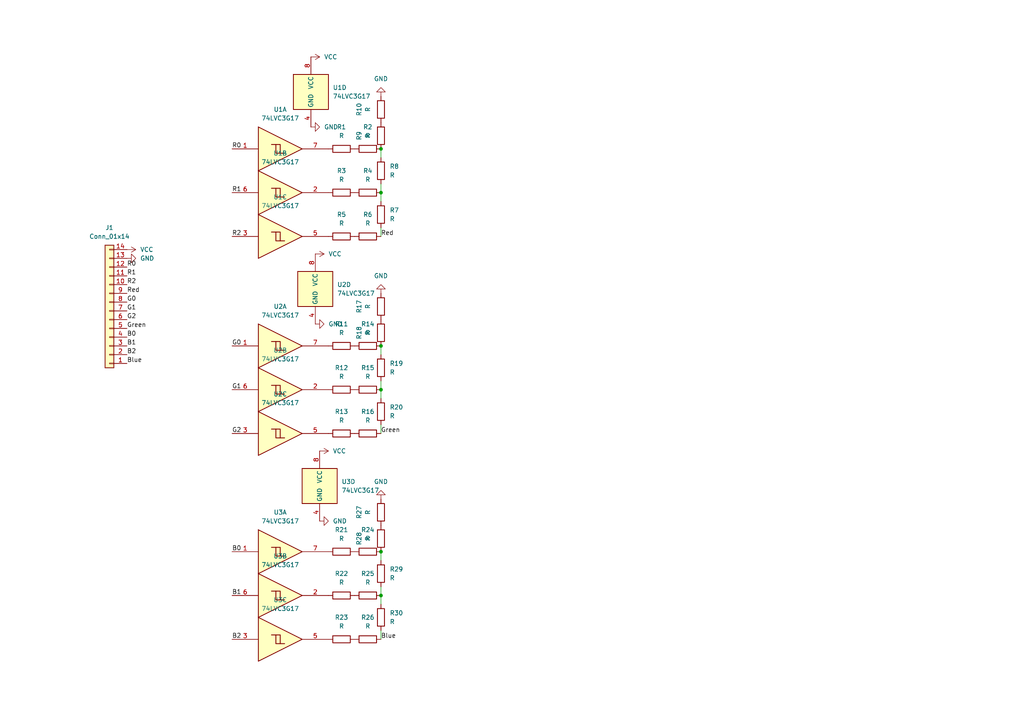
<source format=kicad_sch>
(kicad_sch (version 20230121) (generator eeschema)
  (paper "A4")
  (lib_symbols
    (symbol "74xGxx:74LVC3G17"
      (property "Reference" "U" (at -2.54 7.62 0))
      (property "Value" "74LVC3G17" (at 2.54 -7.62 0))
      (symbol "74LVC3G17_1_1"
        (polyline (pts (xy -2.54 1.27) (xy -1.27 1.27) (xy -1.27 -1.27)) (stroke (width 0.254)) (fill (type background)))
        (polyline (pts (xy -7.62 6.35) (xy -7.62 -6.35) (xy 5.08 0) (xy -7.62 6.35)) (stroke (width 0.254)) (fill (type background)))
        (polyline (pts (xy -3.81 1.27) (xy -2.54 1.27) (xy -2.54 -1.27) (xy 0 -1.27)) (stroke (width 0.254)) (fill (type background)))
        (pin input line (at -15.24 0 0) (length 7.62) (name "~") (number "1"))
        (pin output line (at 12.7 0 180) (length 7.62) (name "~") (number "7"))
      )
      (symbol "74LVC3G17_2_1"
        (polyline (pts (xy -2.54 1.27) (xy -1.27 1.27) (xy -1.27 -1.27)) (stroke (width 0.254)) (fill (type background)))
        (polyline (pts (xy -7.62 6.35) (xy -7.62 -6.35) (xy 5.08 0) (xy -7.62 6.35)) (stroke (width 0.254)) (fill (type background)))
        (polyline (pts (xy -3.81 1.27) (xy -2.54 1.27) (xy -2.54 -1.27) (xy 0 -1.27)) (stroke (width 0.254)) (fill (type background)))
        (pin output line (at 12.7 0 180) (length 7.62) (name "~") (number "2"))
        (pin input line (at -15.24 0 0) (length 7.62) (name "~") (number "6"))
      )
      (symbol "74LVC3G17_3_1"
        (polyline (pts (xy -2.54 1.27) (xy -1.27 1.27) (xy -1.27 -1.27)) (stroke (width 0.254)) (fill (type background)))
        (polyline (pts (xy -7.62 6.35) (xy -7.62 -6.35) (xy 5.08 0) (xy -7.62 6.35)) (stroke (width 0.254)) (fill (type background)))
        (polyline (pts (xy -3.81 1.27) (xy -2.54 1.27) (xy -2.54 -1.27) (xy 0 -1.27)) (stroke (width 0.254)) (fill (type background)))
        (pin input line (at -15.24 0 0) (length 7.62) (name "~") (number "3"))
        (pin output line (at 12.7 0 180) (length 7.62) (name "~") (number "5"))
      )
      (symbol "74LVC3G17_4_0"
        (rectangle (start -5.08 -5.08) (end 5.08 5.08) (stroke (width 0.254)) (fill (type background)))
      )
      (symbol "74LVC3G17_4_1"
        (pin power_in line (at 0 -10.16 90) (length 5.08) (name "GND") (number "4"))
        (pin power_in line (at 0 10.16 270) (length 5.08) (name "VCC") (number "8"))
      )
    )
    (symbol "Connector_Generic:Conn_01x14" (pin_names (offset 1.016) hide)
      (property "Reference" "J" (at 0 17.78 0))
      (property "Value" "Conn_01x14" (at 0 -20.32 0))
      (symbol "Conn_01x14_1_1"
        (rectangle (start -1.27 -17.653) (end 0 -17.907) (stroke (width 0.1524)))
        (rectangle (start -1.27 -15.113) (end 0 -15.367) (stroke (width 0.1524)))
        (rectangle (start -1.27 -12.573) (end 0 -12.827) (stroke (width 0.1524)))
        (rectangle (start -1.27 -10.033) (end 0 -10.287) (stroke (width 0.1524)))
        (rectangle (start -1.27 -7.493) (end 0 -7.747) (stroke (width 0.1524)))
        (rectangle (start -1.27 -4.953) (end 0 -5.207) (stroke (width 0.1524)))
        (rectangle (start -1.27 -2.413) (end 0 -2.667) (stroke (width 0.1524)))
        (rectangle (start -1.27 0.127) (end 0 -0.127) (stroke (width 0.1524)))
        (rectangle (start -1.27 2.667) (end 0 2.413) (stroke (width 0.1524)))
        (rectangle (start -1.27 5.207) (end 0 4.953) (stroke (width 0.1524)))
        (rectangle (start -1.27 7.747) (end 0 7.493) (stroke (width 0.1524)))
        (rectangle (start -1.27 10.287) (end 0 10.033) (stroke (width 0.1524)))
        (rectangle (start -1.27 12.827) (end 0 12.573) (stroke (width 0.1524)))
        (rectangle (start -1.27 15.367) (end 0 15.113) (stroke (width 0.1524)))
        (rectangle (start -1.27 16.51) (end 1.27 -19.05) (stroke (width 0.254)) (fill (type background)))
        (pin passive line (at -5.08 15.24 0) (length 3.81) (name "Pin_1") (number "1"))
        (pin passive line (at -5.08 -7.62 0) (length 3.81) (name "Pin_10") (number "10"))
        (pin passive line (at -5.08 -10.16 0) (length 3.81) (name "Pin_11") (number "11"))
        (pin passive line (at -5.08 -12.7 0) (length 3.81) (name "Pin_12") (number "12"))
        (pin passive line (at -5.08 -15.24 0) (length 3.81) (name "Pin_13") (number "13"))
        (pin passive line (at -5.08 -17.78 0) (length 3.81) (name "Pin_14") (number "14"))
        (pin passive line (at -5.08 12.7 0) (length 3.81) (name "Pin_2") (number "2"))
        (pin passive line (at -5.08 10.16 0) (length 3.81) (name "Pin_3") (number "3"))
        (pin passive line (at -5.08 7.62 0) (length 3.81) (name "Pin_4") (number "4"))
        (pin passive line (at -5.08 5.08 0) (length 3.81) (name "Pin_5") (number "5"))
        (pin passive line (at -5.08 2.54 0) (length 3.81) (name "Pin_6") (number "6"))
        (pin passive line (at -5.08 0 0) (length 3.81) (name "Pin_7") (number "7"))
        (pin passive line (at -5.08 -2.54 0) (length 3.81) (name "Pin_8") (number "8"))
        (pin passive line (at -5.08 -5.08 0) (length 3.81) (name "Pin_9") (number "9"))
      )
    )
    (symbol "Device:R" (pin_numbers hide) (pin_names (offset 0))
      (property "Reference" "R" (at 2.032 0 90))
      (property "Value" "R" (at 0 0 90))
      (symbol "R_0_1"
        (rectangle (start -1.016 -2.54) (end 1.016 2.54) (stroke (width 0.254)))
      )
      (symbol "R_1_1"
        (pin passive line (at 0 3.81 270) (length 1.27) (name "~") (number "1"))
        (pin passive line (at 0 -3.81 90) (length 1.27) (name "~") (number "2"))
      )
    )
    (symbol "power:GND" (power) (pin_names (offset 0))
      (property "Value" "GND" (at 0 -3.81 0))
      (symbol "GND_0_1"
        (polyline (pts (xy 0 0) (xy 0 -1.27) (xy 1.27 -1.27) (xy 0 -2.54) (xy -1.27 -1.27) (xy 0 -1.27)))
      )
      (symbol "GND_1_1"
        (pin power_in line (at 0 0 270) (length 0) hide (name "GND") (number "1"))
      )
    )
    (symbol "power:VCC" (power) (pin_names (offset 0))
      (property "Value" "VCC" (at 0 3.81 0))
      (symbol "VCC_0_1"
        (polyline (pts (xy -0.762 1.27) (xy 0 2.54)))
        (polyline (pts (xy 0 0) (xy 0 2.54)))
        (polyline (pts (xy 0 2.54) (xy 0.762 1.27)))
      )
      (symbol "VCC_1_1"
        (pin power_in line (at 0 0 90) (length 0) hide (name "VCC") (number "1"))
      )
    )
  )
  (junction (at 110.49 113.03))
  (junction (at 110.49 160.02))
  (junction (at 110.49 55.88))
  (junction (at 110.49 100.33))
  (junction (at 110.49 43.18))
  (junction (at 110.49 172.72))
  (wire (pts (xy 110.49 123.19) (xy 110.49 125.73)))
  (wire (pts (xy 110.49 66.04) (xy 110.49 68.58)))
  (wire (pts (xy 110.49 170.18) (xy 110.49 172.72)))
  (wire (pts (xy 110.49 172.72) (xy 110.49 175.26)))
  (wire (pts (xy 110.49 43.18) (xy 110.49 45.72)))
  (wire (pts (xy 110.49 110.49) (xy 110.49 113.03)))
  (wire (pts (xy 110.49 100.33) (xy 110.49 102.87)))
  (wire (pts (xy 110.49 55.88) (xy 110.49 58.42)))
  (wire (pts (xy 110.49 182.88) (xy 110.49 185.42)))
  (wire (pts (xy 110.49 53.34) (xy 110.49 55.88)))
  (wire (pts (xy 110.49 113.03) (xy 110.49 115.57)))
  (wire (pts (xy 110.49 160.02) (xy 110.49 162.56)))
  (label "B1" (at 67.31 172.72 0))
  (label "Red" (at 36.83 85.09 0))
  (label "Blue" (at 110.49 185.42 0))
  (label "Green" (at 110.49 125.73 0))
  (label "B1" (at 36.83 100.33 0))
  (label "B0" (at 36.83 97.79 0))
  (label "R2" (at 67.31 68.58 0))
  (label "G2" (at 36.83 92.71 0))
  (label "G2" (at 67.31 125.73 0))
  (label "R1" (at 36.83 80.01 0))
  (label "G1" (at 36.83 90.17 0))
  (label "G0" (at 36.83 87.63 0))
  (label "Green" (at 36.83 95.25 0))
  (label "G0" (at 67.31 100.33 0))
  (label "Red" (at 110.49 68.58 0))
  (label "Blue" (at 36.83 105.41 0))
  (label "B2" (at 67.31 185.42 0))
  (label "R1" (at 67.31 55.88 0))
  (label "B2" (at 36.83 102.87 0))
  (label "R0" (at 67.31 43.18 0))
  (label "R0" (at 36.83 77.47 0))
  (label "G1" (at 67.31 113.03 0))
  (label "B0" (at 67.31 160.02 0))
  (label "R2" (at 36.83 82.55 0))
  (symbol (lib_id "74xGxx:74LVC3G17") (at 82.55 160.02 0) (unit 1)
    (property "Reference" "U3" (at 81.28 148.59 0))
    (property "Value" "74LVC3G17" (at 81.28 151.13 0))
    (property "Datasheet" "http://www.ti.com/lit/sg/scyt129e/scyt129e.pdf" (effects hide))
  )
  (symbol (lib_id "74xGxx:74LVC3G17") (at 82.55 125.73 0) (unit 3)
    (property "Reference" "U2" (at 81.28 114.3 0))
    (property "Value" "74LVC3G17" (at 81.28 116.84 0))
    (property "Datasheet" "http://www.ti.com/lit/sg/scyt129e/scyt129e.pdf" (effects hide))
  )
  (symbol (lib_id "74xGxx:74LVC3G17") (at 92.71 140.97 0) (unit 4)
    (property "Reference" "U3" (at 99.06 139.7 0) (effects (justify left)))
    (property "Value" "74LVC3G17" (at 99.06 142.24 0) (effects (justify left)))
    (property "Datasheet" "http://www.ti.com/lit/sg/scyt129e/scyt129e.pdf" (effects hide))
  )
  (symbol (lib_id "74xGxx:74LVC3G17") (at 90.17 26.67 0) (unit 4)
    (property "Reference" "U1" (at 96.52 25.4 0) (effects (justify left)))
    (property "Value" "74LVC3G17" (at 96.52 27.94 0) (effects (justify left)))
    (property "Datasheet" "http://www.ti.com/lit/sg/scyt129e/scyt129e.pdf" (effects hide))
  )
  (symbol (lib_id "Device:R") (at 110.49 156.21 180) (unit 1)
    (property "Reference" "R28" (at 104.14 156.21 90))
    (property "Value" "R" (at 106.68 156.21 90))
  )
  (symbol (lib_id "power:VCC") (at 91.44 73.66 270) (unit 1)
    (property "Reference" "#PWR04" (effects hide))
    (property "Value" "VCC" (at 95.25 73.66 90) (effects (justify left)))
  )
  (symbol (lib_id "Device:R") (at 99.06 68.58 90) (unit 1)
    (property "Reference" "R5" (at 99.06 62.23 90))
    (property "Value" "R" (at 99.06 64.77 90))
  )
  (symbol (lib_id "74xGxx:74LVC3G17") (at 82.55 68.58 0) (unit 3)
    (property "Reference" "U1" (at 81.28 57.15 0))
    (property "Value" "74LVC3G17" (at 81.28 59.69 0))
    (property "Datasheet" "http://www.ti.com/lit/sg/scyt129e/scyt129e.pdf" (effects hide))
  )
  (symbol (lib_id "Device:R") (at 110.49 96.52 180) (unit 1)
    (property "Reference" "R18" (at 104.14 96.52 90))
    (property "Value" "R" (at 106.68 96.52 90))
  )
  (symbol (lib_id "Connector_Generic:Conn_01x14") (at 31.75 90.17 180) (unit 1)
    (property "Reference" "J1" (at 31.75 66.04 0))
    (property "Value" "Conn_01x14" (at 31.75 68.58 0))
  )
  (symbol (lib_id "74xGxx:74LVC3G17") (at 82.55 43.18 0) (unit 1)
    (property "Reference" "U1" (at 81.28 31.75 0))
    (property "Value" "74LVC3G17" (at 81.28 34.29 0))
    (property "Datasheet" "http://www.ti.com/lit/sg/scyt129e/scyt129e.pdf" (effects hide))
  )
  (symbol (lib_id "Device:R") (at 106.68 113.03 90) (unit 1)
    (property "Reference" "R15" (at 106.68 106.68 90))
    (property "Value" "R" (at 106.68 109.22 90))
  )
  (symbol (lib_id "Device:R") (at 99.06 172.72 90) (unit 1)
    (property "Reference" "R22" (at 99.06 166.37 90))
    (property "Value" "R" (at 99.06 168.91 90))
  )
  (symbol (lib_id "Device:R") (at 99.06 185.42 90) (unit 1)
    (property "Reference" "R23" (at 99.06 179.07 90))
    (property "Value" "R" (at 99.06 181.61 90))
  )
  (symbol (lib_id "74xGxx:74LVC3G17") (at 82.55 100.33 0) (unit 1)
    (property "Reference" "U2" (at 81.28 88.9 0))
    (property "Value" "74LVC3G17" (at 81.28 91.44 0))
    (property "Datasheet" "http://www.ti.com/lit/sg/scyt129e/scyt129e.pdf" (effects hide))
  )
  (symbol (lib_id "Device:R") (at 110.49 148.59 180) (unit 1)
    (property "Reference" "R27" (at 104.14 148.59 90))
    (property "Value" "R" (at 106.68 148.59 90))
  )
  (symbol (lib_id "Device:R") (at 106.68 43.18 90) (unit 1)
    (property "Reference" "R2" (at 106.68 36.83 90))
    (property "Value" "R" (at 106.68 39.37 90))
  )
  (symbol (lib_id "Device:R") (at 106.68 100.33 90) (unit 1)
    (property "Reference" "R14" (at 106.68 93.98 90))
    (property "Value" "R" (at 106.68 96.52 90))
  )
  (symbol (lib_id "Device:R") (at 99.06 160.02 90) (unit 1)
    (property "Reference" "R21" (at 99.06 153.67 90))
    (property "Value" "R" (at 99.06 156.21 90))
  )
  (symbol (lib_id "power:GND") (at 92.71 151.13 90) (unit 1)
    (property "Reference" "#PWR08" (effects hide))
    (property "Value" "GND" (at 96.52 151.13 90) (effects (justify right)))
  )
  (symbol (lib_id "Device:R") (at 110.49 62.23 180) (unit 1)
    (property "Reference" "R7" (at 113.03 60.96 0) (effects (justify right)))
    (property "Value" "R" (at 113.03 63.5 0) (effects (justify right)))
  )
  (symbol (lib_id "Device:R") (at 106.68 172.72 90) (unit 1)
    (property "Reference" "R25" (at 106.68 166.37 90))
    (property "Value" "R" (at 106.68 168.91 90))
  )
  (symbol (lib_id "power:VCC") (at 90.17 16.51 270) (unit 1)
    (property "Reference" "#PWR05" (effects hide))
    (property "Value" "VCC" (at 93.98 16.51 90) (effects (justify left)))
  )
  (symbol (lib_id "Device:R") (at 110.49 31.75 180) (unit 1)
    (property "Reference" "R10" (at 104.14 31.75 90))
    (property "Value" "R" (at 106.68 31.75 90))
  )
  (symbol (lib_id "power:VCC") (at 36.83 72.39 270) (unit 1)
    (property "Reference" "#PWR01" (effects hide))
    (property "Value" "VCC" (at 40.64 72.39 90) (effects (justify left)))
  )
  (symbol (lib_id "Device:R") (at 99.06 100.33 90) (unit 1)
    (property "Reference" "R11" (at 99.06 93.98 90))
    (property "Value" "R" (at 99.06 96.52 90))
  )
  (symbol (lib_id "power:GND") (at 90.17 36.83 90) (unit 1)
    (property "Reference" "#PWR06" (effects hide))
    (property "Value" "GND" (at 93.98 36.83 90) (effects (justify right)))
  )
  (symbol (lib_id "Device:R") (at 106.68 160.02 90) (unit 1)
    (property "Reference" "R24" (at 106.68 153.67 90))
    (property "Value" "R" (at 106.68 156.21 90))
  )
  (symbol (lib_id "Device:R") (at 110.49 119.38 180) (unit 1)
    (property "Reference" "R20" (at 113.03 118.11 0) (effects (justify right)))
    (property "Value" "R" (at 113.03 120.65 0) (effects (justify right)))
  )
  (symbol (lib_id "Device:R") (at 110.49 39.37 180) (unit 1)
    (property "Reference" "R9" (at 104.14 39.37 90))
    (property "Value" "R" (at 106.68 39.37 90))
  )
  (symbol (lib_id "74xGxx:74LVC3G17") (at 82.55 185.42 0) (unit 3)
    (property "Reference" "U3" (at 81.28 173.99 0))
    (property "Value" "74LVC3G17" (at 81.28 176.53 0))
    (property "Datasheet" "http://www.ti.com/lit/sg/scyt129e/scyt129e.pdf" (effects hide))
  )
  (symbol (lib_id "Device:R") (at 110.49 49.53 180) (unit 1)
    (property "Reference" "R8" (at 113.03 48.26 0) (effects (justify right)))
    (property "Value" "R" (at 113.03 50.8 0) (effects (justify right)))
  )
  (symbol (lib_id "Device:R") (at 99.06 125.73 90) (unit 1)
    (property "Reference" "R13" (at 99.06 119.38 90))
    (property "Value" "R" (at 99.06 121.92 90))
  )
  (symbol (lib_id "power:GND") (at 36.83 74.93 90) (unit 1)
    (property "Reference" "#PWR02" (effects hide))
    (property "Value" "GND" (at 40.64 74.93 90) (effects (justify right)))
  )
  (symbol (lib_id "Device:R") (at 110.49 166.37 180) (unit 1)
    (property "Reference" "R29" (at 113.03 165.1 0) (effects (justify right)))
    (property "Value" "R" (at 113.03 167.64 0) (effects (justify right)))
  )
  (symbol (lib_id "Device:R") (at 99.06 43.18 90) (unit 1)
    (property "Reference" "R1" (at 99.06 36.83 90))
    (property "Value" "R" (at 99.06 39.37 90))
  )
  (symbol (lib_id "Device:R") (at 110.49 179.07 180) (unit 1)
    (property "Reference" "R30" (at 113.03 177.8 0) (effects (justify right)))
    (property "Value" "R" (at 113.03 180.34 0) (effects (justify right)))
  )
  (symbol (lib_id "Device:R") (at 106.68 68.58 90) (unit 1)
    (property "Reference" "R6" (at 106.68 62.23 90))
    (property "Value" "R" (at 106.68 64.77 90))
  )
  (symbol (lib_id "74xGxx:74LVC3G17") (at 82.55 55.88 0) (unit 2)
    (property "Reference" "U1" (at 81.28 44.45 0))
    (property "Value" "74LVC3G17" (at 81.28 46.99 0))
    (property "Datasheet" "http://www.ti.com/lit/sg/scyt129e/scyt129e.pdf" (effects hide))
  )
  (symbol (lib_id "74xGxx:74LVC3G17") (at 82.55 113.03 0) (unit 2)
    (property "Reference" "U2" (at 81.28 101.6 0))
    (property "Value" "74LVC3G17" (at 81.28 104.14 0))
    (property "Datasheet" "http://www.ti.com/lit/sg/scyt129e/scyt129e.pdf" (effects hide))
  )
  (symbol (lib_id "power:GND") (at 110.49 27.94 180) (unit 1)
    (property "Reference" "#PWR09" (effects hide))
    (property "Value" "GND" (at 110.49 22.86 0))
  )
  (symbol (lib_id "power:GND") (at 110.49 144.78 180) (unit 1)
    (property "Reference" "#PWR011" (effects hide))
    (property "Value" "GND" (at 110.49 139.7 0))
  )
  (symbol (lib_id "power:GND") (at 91.44 93.98 90) (unit 1)
    (property "Reference" "#PWR07" (effects hide))
    (property "Value" "GND" (at 95.25 93.98 90) (effects (justify right)))
  )
  (symbol (lib_id "Device:R") (at 106.68 55.88 90) (unit 1)
    (property "Reference" "R4" (at 106.68 49.53 90))
    (property "Value" "R" (at 106.68 52.07 90))
  )
  (symbol (lib_id "Device:R") (at 110.49 106.68 180) (unit 1)
    (property "Reference" "R19" (at 113.03 105.41 0) (effects (justify right)))
    (property "Value" "R" (at 113.03 107.95 0) (effects (justify right)))
  )
  (symbol (lib_id "74xGxx:74LVC3G17") (at 82.55 172.72 0) (unit 2)
    (property "Reference" "U3" (at 81.28 161.29 0))
    (property "Value" "74LVC3G17" (at 81.28 163.83 0))
    (property "Datasheet" "http://www.ti.com/lit/sg/scyt129e/scyt129e.pdf" (effects hide))
  )
  (symbol (lib_id "Device:R") (at 99.06 55.88 90) (unit 1)
    (property "Reference" "R3" (at 99.06 49.53 90))
    (property "Value" "R" (at 99.06 52.07 90))
  )
  (symbol (lib_id "power:VCC") (at 92.71 130.81 270) (unit 1)
    (property "Reference" "#PWR03" (effects hide))
    (property "Value" "VCC" (at 96.52 130.81 90) (effects (justify left)))
  )
  (symbol (lib_id "74xGxx:74LVC3G17") (at 91.44 83.82 0) (unit 4)
    (property "Reference" "U2" (at 97.79 82.55 0) (effects (justify left)))
    (property "Value" "74LVC3G17" (at 97.79 85.09 0) (effects (justify left)))
    (property "Datasheet" "http://www.ti.com/lit/sg/scyt129e/scyt129e.pdf" (effects hide))
  )
  (symbol (lib_id "Device:R") (at 106.68 185.42 90) (unit 1)
    (property "Reference" "R26" (at 106.68 179.07 90))
    (property "Value" "R" (at 106.68 181.61 90))
  )
  (symbol (lib_id "Device:R") (at 110.49 88.9 180) (unit 1)
    (property "Reference" "R17" (at 104.14 88.9 90))
    (property "Value" "R" (at 106.68 88.9 90))
  )
  (symbol (lib_id "Device:R") (at 99.06 113.03 90) (unit 1)
    (property "Reference" "R12" (at 99.06 106.68 90))
    (property "Value" "R" (at 99.06 109.22 90))
  )
  (symbol (lib_id "Device:R") (at 106.68 125.73 90) (unit 1)
    (property "Reference" "R16" (at 106.68 119.38 90))
    (property "Value" "R" (at 106.68 121.92 90))
  )
  (symbol (lib_id "power:GND") (at 110.49 85.09 180) (unit 1)
    (property "Reference" "#PWR010" (effects hide))
    (property "Value" "GND" (at 110.49 80.01 0))
  )
)
</source>
